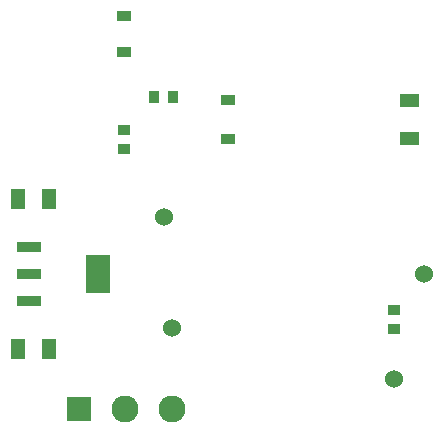
<source format=gbr>
%TF.GenerationSoftware,KiCad,Pcbnew,5.1.10*%
%TF.CreationDate,2021-12-13T06:59:12-07:00*%
%TF.ProjectId,L0004-Photogate,4c303030-342d-4506-986f-746f67617465,rev?*%
%TF.SameCoordinates,Original*%
%TF.FileFunction,Soldermask,Top*%
%TF.FilePolarity,Negative*%
%FSLAX46Y46*%
G04 Gerber Fmt 4.6, Leading zero omitted, Abs format (unit mm)*
G04 Created by KiCad (PCBNEW 5.1.10) date 2021-12-13 06:59:12*
%MOMM*%
%LPD*%
G01*
G04 APERTURE LIST*
%ADD10C,0.010000*%
%ADD11R,1.295400X0.965200*%
%ADD12R,1.020000X0.940000*%
%ADD13R,0.940000X1.020000*%
%ADD14R,2.050000X2.050000*%
%ADD15C,2.286000*%
%ADD16R,2.150000X0.950000*%
%ADD17R,2.150000X3.250000*%
%ADD18R,1.200000X0.900000*%
%ADD19R,1.270000X1.778000*%
%ADD20C,1.524000*%
G04 APERTURE END LIST*
D10*
%TO.C,Q1*%
G36*
X134100000Y-77490000D02*
G01*
X134100000Y-78490000D01*
X132600000Y-78490000D01*
X132600000Y-77490000D01*
X134100000Y-77490000D01*
G37*
X134100000Y-77490000D02*
X134100000Y-78490000D01*
X132600000Y-78490000D01*
X132600000Y-77490000D01*
X134100000Y-77490000D01*
G36*
X132600000Y-81690000D02*
G01*
X132600000Y-80690000D01*
X134100000Y-80690000D01*
X134100000Y-81690000D01*
X132600000Y-81690000D01*
G37*
X132600000Y-81690000D02*
X132600000Y-80690000D01*
X134100000Y-80690000D01*
X134100000Y-81690000D01*
X132600000Y-81690000D01*
%TD*%
D11*
%TO.C,D1*%
X109220000Y-70866000D03*
X109220000Y-73914000D03*
%TD*%
D12*
%TO.C,R3*%
X132080000Y-95730000D03*
X132080000Y-97310000D03*
%TD*%
D13*
%TO.C,R2*%
X113408520Y-77683360D03*
X111828520Y-77683360D03*
%TD*%
D12*
%TO.C,R1*%
X109220000Y-80490000D03*
X109220000Y-82070000D03*
%TD*%
D14*
%TO.C,P1*%
X105410000Y-104140000D03*
D15*
X109370000Y-104140000D03*
X113330000Y-104140000D03*
%TD*%
D16*
%TO.C,U1*%
X101240000Y-90410000D03*
X101240000Y-92710000D03*
X101240000Y-95010000D03*
D17*
X107040000Y-92710000D03*
%TD*%
D18*
%TO.C,D2*%
X118018560Y-77940000D03*
X118018560Y-81240000D03*
%TD*%
D19*
%TO.C,C1*%
X100279200Y-99060000D03*
X102920800Y-99060000D03*
%TD*%
%TO.C,C2*%
X100279200Y-86360000D03*
X102920800Y-86360000D03*
%TD*%
D20*
%TO.C,TP1*%
X132080000Y-101600000D03*
%TD*%
%TO.C,TP2*%
X112649000Y-87884000D03*
%TD*%
%TO.C,TP3*%
X113284000Y-97282000D03*
%TD*%
%TO.C,TP4*%
X134620000Y-92710000D03*
%TD*%
M02*

</source>
